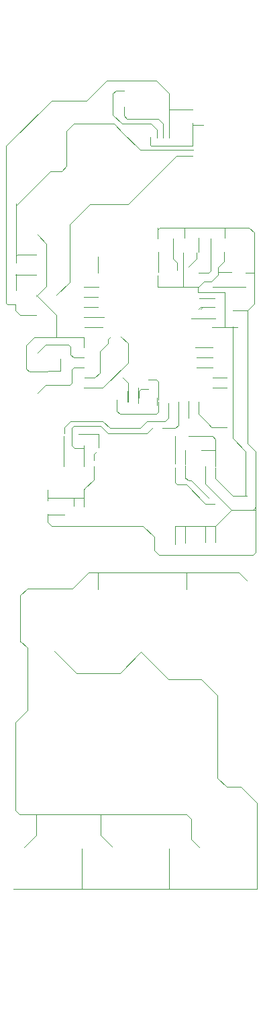
<source format=gbl>
*%FSLAX23Y23*%
*%MOIN*%
G01*
D20*
X4868Y5607D02*
X4993Y5732D01*
X4388Y6807D02*
X4613Y7032D01*
X4993Y6517D02*
X5233Y6757D01*
X5378Y5132D02*
X5508Y5002D01*
X4438Y6227D02*
Y6262D01*
Y6172D02*
Y6092D01*
X4433Y6017D02*
Y5992D01*
X4388Y6027D02*
Y6807D01*
X4438Y6522D02*
Y6242D01*
Y6262D02*
X4443Y6267D01*
X4438Y6512D02*
X4523Y6597D01*
X4433Y5992D02*
X4458Y5967D01*
X4393Y6022D02*
X4388Y6027D01*
X4658Y5752D02*
Y5692D01*
X4488Y5717D02*
Y5817D01*
Y5717D02*
Y5702D01*
X4638Y5857D02*
Y5967D01*
X4588Y6112D02*
Y6317D01*
Y6322D01*
X4673Y5367D02*
Y5217D01*
X4593Y5102D02*
Y5047D01*
Y4982D02*
Y4942D01*
X4678Y5382D02*
Y5412D01*
X4638Y6067D02*
X4703Y6132D01*
X4523Y6597D02*
X4608Y6682D01*
X4663D02*
X4688Y6707D01*
X4598Y5692D02*
X4593Y5687D01*
X4583Y5622D02*
X4543Y5582D01*
Y5782D02*
X4583Y5822D01*
X4528Y5857D02*
X4488Y5817D01*
X4538Y6062D02*
X4588Y6112D01*
X4693Y5427D02*
X4678Y5412D01*
X4503Y5687D02*
X4488Y5702D01*
X4638Y5967D02*
X4538Y6067D01*
X4588Y6322D02*
X4543Y6367D01*
X4593Y4942D02*
X4613Y4922D01*
X5503Y4777D02*
X5613D01*
X5523D02*
X5148D01*
X4703Y6132D02*
Y6322D01*
Y6312D02*
Y6417D01*
X4688Y6707D02*
Y6882D01*
X4708Y5807D02*
Y5772D01*
Y5807D02*
Y5812D01*
X4713Y5697D02*
Y5632D01*
X4773Y5807D02*
Y5857D01*
X4853Y5787D02*
Y5682D01*
X4843Y6177D02*
Y6257D01*
X4773Y5322D02*
Y5217D01*
X4848Y5312D02*
Y5377D01*
X4823Y5277D02*
Y5247D01*
Y5217D02*
Y5152D01*
X4773Y5102D02*
Y5017D01*
X4723Y5022D02*
Y5062D01*
X4773D02*
Y5042D01*
X4713Y5322D02*
Y5407D01*
X4788Y7032D02*
X4888Y7132D01*
X4803Y6517D02*
X4703Y6417D01*
X4688Y6882D02*
X4723Y6917D01*
Y5707D02*
X4713Y5697D01*
Y5632D02*
X4703Y5622D01*
X4828Y5657D02*
X4853Y5682D01*
X4838Y5292D02*
X4823Y5277D01*
Y5152D02*
X4778Y5107D01*
X4773Y5102D01*
X4853Y5787D02*
X4893Y5827D01*
X4718Y5412D02*
X4713Y5407D01*
X4718Y5412D02*
X4723Y5417D01*
X4708Y5442D02*
X4688Y5422D01*
X4723Y5757D02*
X4708Y5772D01*
Y5812D02*
X4698Y5822D01*
X4713Y5322D02*
X4728Y5307D01*
X4858Y5417D02*
X4893Y5382D01*
X4903Y5407D02*
X4868Y5442D01*
X5378Y4922D02*
X5428D01*
X5228D01*
X4678Y4977D02*
X4593D01*
X4613Y4922D02*
X5068D01*
X4993Y5732D02*
Y5787D01*
Y5632D02*
Y5597D01*
Y5617D02*
Y5537D01*
X4918Y7007D02*
Y7067D01*
Y7052D02*
Y6962D01*
X4973Y6957D02*
Y7002D01*
X4938Y5547D02*
Y5492D01*
X5043Y5532D02*
Y5607D01*
X4990Y5591D02*
Y5537D01*
X4893Y5827D02*
Y5837D01*
Y5847D01*
X4993Y5827D02*
Y5762D01*
X5048Y5592D02*
Y5557D01*
X4918Y7067D02*
X4933Y7082D01*
X4908Y5862D02*
X4893Y5847D01*
X5058Y5602D02*
X5048Y5592D01*
X5088Y5442D02*
X5053Y5407D01*
X4993Y5632D02*
X4968Y5657D01*
X4963Y6917D02*
X4918Y6962D01*
X4973Y6957D02*
X4988Y6942D01*
X4958Y6882D02*
X5053Y6787D01*
X4968Y6872D02*
X4923Y6917D01*
X4938Y5492D02*
X4953Y5477D01*
X5068Y4922D02*
X5123Y4867D01*
X4993Y5827D02*
X4958Y5862D01*
X5238Y5127D02*
X5283D01*
X5378Y5032D02*
X5423D01*
X5308Y5147D02*
X5293D01*
X5508Y5002D02*
X5583D01*
X5578D02*
X5523D01*
X5513Y5072D02*
X5583D01*
Y5002D02*
X5613D01*
X4773Y5062D02*
X4723D01*
X4753D02*
X4593D01*
X5588Y5002D02*
X5628D01*
X5228Y5137D02*
Y5212D01*
X5243Y5422D02*
Y5462D01*
X5138Y6847D02*
Y6887D01*
X5168Y6917D02*
Y6847D01*
X5198D02*
Y6882D01*
Y6847D02*
Y7067D01*
X5103Y6852D02*
Y6812D01*
X5143Y5537D02*
Y5487D01*
X5238Y6192D02*
Y6227D01*
X5218Y6247D02*
Y6347D01*
X5143Y6282D02*
Y6182D01*
X5266Y6188D02*
Y6107D01*
Y6177D02*
Y6277D01*
X5141Y6350D02*
Y6402D01*
Y6392D02*
Y6349D01*
Y6164D02*
Y6108D01*
X5243Y5537D02*
Y5457D01*
X5228Y5367D02*
Y5232D01*
Y4922D02*
Y4832D01*
X5123Y4802D02*
Y4867D01*
X5138Y5522D02*
Y5557D01*
X5143Y5547D02*
Y5637D01*
X5193Y5532D02*
Y5457D01*
X5228Y5407D02*
X5243Y5422D01*
X5143Y5487D02*
X5133Y5477D01*
X5141Y6392D02*
X5151Y6402D01*
X5118Y5412D02*
X5088Y5382D01*
X5178Y5442D02*
X5193Y5457D01*
X5228Y5137D02*
X5238Y5127D01*
X5138Y6887D02*
X5108Y6917D01*
X5143Y6942D02*
X5168Y6917D01*
X5198Y7067D02*
X5133Y7132D01*
X5103Y6812D02*
X5108Y6807D01*
X5218Y6247D02*
X5238Y6227D01*
X5123Y4802D02*
X5148Y4777D01*
X5143Y5637D02*
X5133Y5647D01*
X4773Y5307D02*
X4728D01*
X5293Y5367D02*
X5413D01*
X5428Y5297D02*
X5358D01*
X4848Y5377D02*
X4748D01*
X4893Y5382D02*
X4918D01*
X4893D02*
X5088D01*
X5278Y5222D02*
Y5162D01*
Y5157D02*
Y5212D01*
X5378Y5157D02*
Y5132D01*
Y4922D02*
Y4842D01*
Y5147D02*
Y5217D01*
X5428Y5212D02*
Y5157D01*
X5343Y5477D02*
Y5537D01*
X5313Y6862D02*
Y6922D01*
Y6862D02*
Y6807D01*
X5403Y6347D02*
Y6187D01*
X5333Y6247D02*
Y6277D01*
X5343Y6282D02*
Y6352D01*
X5440Y6204D02*
Y6170D01*
Y6169D02*
Y6201D01*
X5273Y6351D02*
Y6402D01*
X5293Y5542D02*
Y5457D01*
X5428Y5352D02*
Y5217D01*
X5278Y5227D02*
Y5297D01*
X5428Y4922D02*
Y4842D01*
X5278Y4837D02*
Y4922D01*
X5341Y6081D02*
Y6108D01*
X5508Y5002D02*
X5428Y4922D01*
X5393Y6177D02*
X5403Y6187D01*
X5333Y6247D02*
X5293Y6207D01*
X5440Y6204D02*
X5471Y6235D01*
X5371Y6135D02*
X5345Y6109D01*
X5406Y6135D02*
X5440Y6169D01*
X5353Y6007D02*
X5343Y5997D01*
X5353D02*
X5363Y6007D01*
X5283Y5127D02*
X5378Y5032D01*
X5293Y5147D02*
X5278Y5162D01*
X5308Y5147D02*
X5393Y5062D01*
X5428Y5157D02*
X5513Y5072D01*
X5408Y5412D02*
X5393Y5427D01*
X5343Y5477D01*
X5413Y5367D02*
X5428Y5352D01*
X5408Y5412D02*
X5483D01*
X5228Y5407D02*
X5198D01*
X5213D02*
X5163D01*
X5133Y5477D02*
X4953D01*
X4843Y5417D02*
X4723D01*
X4843D02*
X4858D01*
Y5442D02*
X4708D01*
X4858D02*
X4868D01*
X4903Y5407D02*
X5053D01*
X5088Y5442D02*
X5178D01*
X5628Y4897D02*
Y4792D01*
X5513Y5777D02*
Y5912D01*
X5471Y6235D02*
Y6280D01*
X5621Y6178D02*
Y6024D01*
Y6158D02*
Y6281D01*
X5473Y6352D02*
Y6402D01*
X5621Y6376D02*
Y6277D01*
X5472Y6033D02*
Y5907D01*
X5578Y5292D02*
Y5072D01*
X5513Y5357D02*
Y5452D01*
Y5357D02*
Y5777D01*
X5588Y5992D02*
Y5332D01*
X5628Y5292D02*
Y5037D01*
Y5017D02*
Y5062D01*
Y5072D02*
Y4882D01*
X5473Y6023D02*
Y6080D01*
Y6081D01*
X5628Y4792D02*
X5613Y4777D01*
X5588Y5991D02*
X5621Y6024D01*
X5623Y5012D02*
X5613Y5002D01*
X5623Y5012D02*
X5628Y5017D01*
X5621Y6376D02*
X5595Y6402D01*
X5513Y5357D02*
X5578Y5292D01*
X5608Y5312D02*
X5588Y5332D01*
X5608Y5312D02*
X5628Y5292D01*
X4868Y5607D02*
X4773D01*
X5413D02*
X5483D01*
Y5657D02*
X5413D01*
X4593Y5687D02*
X4548D01*
X4598Y5692D02*
X4658D01*
X4723Y5757D02*
X4773D01*
Y5707D02*
X4723D01*
X4703Y5622D02*
X4658D01*
X4663D02*
X4583D01*
X4543Y5687D02*
X4503D01*
X4778Y5657D02*
X4828D01*
X4838Y5607D02*
X4773D01*
X5333Y5757D02*
X5413D01*
Y5707D02*
X5333D01*
X5133Y5647D02*
X5093D01*
Y5602D02*
X5058D01*
X4868Y5907D02*
X4798D01*
X4808Y5957D02*
X4873D01*
X4538Y5967D02*
X4458D01*
X4658Y5822D02*
X4698D01*
X4663D02*
X4583D01*
X5413Y5907D02*
X5518D01*
X4773Y5857D02*
X4528D01*
X4638D02*
X4673D01*
X4778Y5907D02*
X4848D01*
X4843Y5957D02*
X4773D01*
X5472Y5907D02*
X5536D01*
X5409D01*
X5413Y5807D02*
X5328D01*
X5308Y5952D02*
X5428D01*
X4538Y6167D02*
X4433D01*
Y6022D02*
X4393D01*
X5513Y5992D02*
X5588D01*
X4843Y6007D02*
X4773D01*
Y6057D02*
X4843D01*
X4848Y6107D02*
X4773D01*
X5371Y6135D02*
X5406D01*
X5345Y6108D02*
X5143D01*
X5413Y6107D02*
X5578D01*
X5341Y6108D02*
X5141D01*
X5353Y6007D02*
X5423D01*
X5473Y6081D02*
X5341D01*
Y6108D02*
X5328D01*
X5347Y6050D02*
X5422D01*
X4538Y6267D02*
X4443D01*
X5343Y6177D02*
X5393D01*
X5577Y6178D02*
X5621D01*
X5508Y6182D02*
X5443D01*
X4993Y6517D02*
X4803D01*
X5259Y6402D02*
X5272D01*
X5349D01*
X5337D02*
X5461D01*
X5284D02*
X5151D01*
X5432D02*
X5473D01*
X5432D02*
X5559D01*
X5530D02*
X5595D01*
X5313Y6757D02*
X5233D01*
X4663Y6682D02*
X4608D01*
X4963Y6917D02*
X5108D01*
X5143Y6942D02*
X4988D01*
X5053Y6787D02*
X5318D01*
X4843Y6917D02*
X4723D01*
X4803D02*
X4923D01*
X5108Y6807D02*
X5313D01*
X4973Y7082D02*
X4933D01*
X4788Y7032D02*
X4613D01*
X4888Y7132D02*
X5118D01*
X5133D02*
X5088D01*
X5198Y6987D02*
X5313D01*
D22*
X4493Y4612D02*
X4458Y4577D01*
X4718Y4612D02*
X4798Y4692D01*
X4493Y4007D02*
X4433Y3947D01*
X4538Y3387D02*
X4478Y3327D01*
X4953Y4192D02*
X5058Y4297D01*
X5543Y4692D02*
X5583Y4652D01*
X4433Y3512D02*
X4453Y3492D01*
X4493Y4317D02*
X4458Y4352D01*
X4858Y3387D02*
X4913Y3332D01*
X5283Y3492D02*
X5308Y3467D01*
Y3367D02*
X5348Y3327D01*
X5193Y4162D02*
X5178Y4177D01*
X5358Y4162D02*
X5438Y4082D01*
Y3672D02*
X5483Y3627D01*
X5553D02*
X5633Y3547D01*
X5188Y4167D02*
X5058Y4297D01*
X4738Y4192D02*
X4628Y4302D01*
X5473Y3122D02*
X5633D01*
X5618D02*
X5293D01*
X4423D01*
X4453Y3492D02*
X4603D01*
X4678D02*
X4508D01*
X4753D02*
X4858D01*
X4663D02*
X5283D01*
X5483Y3627D02*
X5553D01*
X5198Y4162D02*
X5193D01*
X5198D02*
X5358D01*
X4953Y4192D02*
X4858D01*
X4938D02*
X4738D01*
X4458Y4347D02*
Y4577D01*
X4433Y3947D02*
Y3512D01*
X4493Y4007D02*
Y4317D01*
X4538Y3492D02*
Y3387D01*
X4493Y4612D02*
X4643D01*
X4718D02*
X4558D01*
X4798Y4692D02*
X5543D01*
X4843D02*
Y4607D01*
X4858Y3492D02*
Y3387D01*
X4763Y3322D02*
Y3122D01*
X5198D02*
Y3322D01*
X5283Y4607D02*
Y4692D01*
X5308Y3467D02*
Y3367D01*
X5438Y3672D02*
Y4082D01*
X5633Y3547D02*
Y3322D01*
Y3122D01*
X5368Y6912D02*
X5313D01*
D23*
X4823Y4992D02*
D03*
X5478Y4842D02*
D03*
D25*
X5583Y4432D02*
D03*
Y4387D02*
D03*
Y4342D02*
D03*
X5628Y3682D02*
D03*
X5578D02*
D03*
X5528D02*
D03*
X5588Y2837D02*
D03*
X5593Y3437D02*
D03*
X5633Y3322D02*
D03*
X5583Y4822D02*
D03*
Y4872D02*
D03*
Y4917D02*
D03*
Y4652D02*
D03*
X5483Y5412D02*
D03*
X5528Y5277D02*
D03*
X5578Y5127D02*
D03*
X5483Y5607D02*
D03*
Y5657D02*
D03*
X5588Y5992D02*
D03*
X5513Y5777D02*
D03*
X5293Y3122D02*
D03*
X5378Y3602D02*
D03*
X5348Y3327D02*
D03*
X5353Y3397D02*
D03*
X5423Y5032D02*
D03*
X5393Y5062D02*
D03*
X5293Y5447D02*
D03*
X5283Y4607D02*
D03*
X5288Y5057D02*
D03*
X5368Y6912D02*
D03*
X5348Y6512D02*
D03*
X5338Y5707D02*
D03*
Y5757D02*
D03*
Y5807D02*
D03*
X5343Y5997D02*
D03*
X5308Y5952D02*
D03*
X5346Y6050D02*
D03*
X5143Y3682D02*
D03*
X5193D02*
D03*
X5093D02*
D03*
X5158Y3437D02*
D03*
X5153Y2837D02*
D03*
X5198Y3322D02*
D03*
X5143Y4692D02*
D03*
X5163Y5407D02*
D03*
X5223Y4297D02*
D03*
X5118Y5057D02*
D03*
Y5412D02*
D03*
X5253Y5692D02*
D03*
X5088Y6327D02*
D03*
X5093Y5602D02*
D03*
Y5647D02*
D03*
X4918Y3397D02*
D03*
X4913Y3327D02*
D03*
X4943Y3602D02*
D03*
X5058Y4297D02*
D03*
X4888Y5677D02*
D03*
X4968Y5657D02*
D03*
X4938Y6402D02*
D03*
X5038Y5657D02*
D03*
X4958Y5862D02*
D03*
X4913D02*
D03*
X4903Y6822D02*
D03*
X4933Y6772D02*
D03*
Y6727D02*
D03*
X4863Y3122D02*
D03*
X4708Y3682D02*
D03*
X4758D02*
D03*
X4723Y3437D02*
D03*
X4718Y2837D02*
D03*
X4763Y3322D02*
D03*
X4728Y4722D02*
D03*
X4793Y4302D02*
D03*
X4843Y4607D02*
D03*
X4838Y5097D02*
D03*
X4868Y5907D02*
D03*
Y5957D02*
D03*
X4848Y6007D02*
D03*
Y6057D02*
D03*
Y6107D02*
D03*
X4843Y6257D02*
D03*
X4863Y5847D02*
D03*
X4853Y6822D02*
D03*
X4658Y3682D02*
D03*
X4508Y3602D02*
D03*
X4628Y4737D02*
D03*
X4678D02*
D03*
X4628Y4302D02*
D03*
X4673Y5097D02*
D03*
X4563Y5282D02*
D03*
X4593Y5102D02*
D03*
X4563Y6712D02*
D03*
X4543Y6492D02*
D03*
X4658Y6442D02*
D03*
X4548Y5687D02*
D03*
X4423Y3122D02*
D03*
X4483Y3397D02*
D03*
X4478Y3327D02*
D03*
X4458Y4352D02*
D03*
D32*
X4970Y7082D02*
D03*
X5070D02*
D03*
Y7004D02*
D03*
X4970D02*
D03*
D34*
X5093Y5282D02*
D03*
X5113Y5792D02*
D03*
X5008Y5282D02*
D03*
X4938Y5792D02*
D03*
X5598Y6597D02*
D03*
X4721Y2572D02*
D03*
X4521D02*
D03*
X4926D02*
D03*
X5126D02*
D03*
X5522D02*
D03*
X5322D02*
D03*
X4593Y2722D02*
D03*
Y2922D02*
D03*
X5028D02*
D03*
Y2722D02*
D03*
X5463D02*
D03*
Y2922D02*
D03*
X4923Y4787D02*
D03*
Y4987D02*
D03*
X4433Y4267D02*
D03*
Y4067D02*
D03*
X4868D02*
D03*
Y4267D02*
D03*
X5303D02*
D03*
Y4067D02*
D03*
X5433Y4317D02*
D03*
Y4517D02*
D03*
X4998D02*
D03*
Y4317D02*
D03*
X4563D02*
D03*
Y4517D02*
D03*
X5413Y7259D02*
D03*
Y6747D02*
D03*
X5563Y7259D02*
D03*
Y6747D02*
D03*
X4473Y7259D02*
D03*
Y6747D02*
D03*
X4623Y7259D02*
D03*
Y6747D02*
D03*
X4543Y5782D02*
D03*
Y5582D02*
D03*
X5336Y7410D02*
D03*
X4706D02*
D03*
D36*
X4638Y5967D02*
D03*
X4538Y6067D02*
D03*
X4638Y6367D02*
D03*
X4538D02*
D03*
Y6267D02*
D03*
X4638D02*
D03*
Y6167D02*
D03*
X4538D02*
D03*
X4638Y6067D02*
D03*
D45*
X5258Y7189D02*
D03*
X4782D02*
D03*
D47*
X4528Y7411D02*
D03*
X5511D02*
D03*
D49*
X5040Y6512D02*
D03*
X5071D02*
D03*
X5103D02*
D03*
X5134D02*
D03*
X5166D02*
D03*
X5197D02*
D03*
X5229D02*
D03*
X5260D02*
D03*
X5263Y6847D02*
D03*
X5232D02*
D03*
X5200D02*
D03*
X5169D02*
D03*
X5137D02*
D03*
X5106D02*
D03*
X5074D02*
D03*
X5043D02*
D03*
D53*
X4773Y4992D02*
D03*
X4723D02*
D03*
X4673D02*
D03*
Y5217D02*
D03*
X4723D02*
D03*
X4773D02*
D03*
X4823D02*
D03*
X5178Y4842D02*
D03*
X5228D02*
D03*
X5278D02*
D03*
X5328D02*
D03*
X5378D02*
D03*
X5428D02*
D03*
X5178Y5217D02*
D03*
X5228D02*
D03*
X5278D02*
D03*
X5328D02*
D03*
X5378D02*
D03*
X5428D02*
D03*
X5478D02*
D03*
D54*
X5341Y5539D02*
D03*
X5291D02*
D03*
X5241D02*
D03*
X5191D02*
D03*
X5141D02*
D03*
X5091D02*
D03*
X5041D02*
D03*
X4991D02*
D03*
X4941D02*
D03*
X4891D02*
D03*
X4841D02*
D03*
Y6179D02*
D03*
X4891D02*
D03*
X4941D02*
D03*
X4991D02*
D03*
X5041D02*
D03*
X5091D02*
D03*
X5141D02*
D03*
X5191D02*
D03*
X5241D02*
D03*
X5291D02*
D03*
X5341D02*
D03*
D62*
X5358Y5297D02*
D03*
X5288D02*
D03*
X5292Y5367D02*
D03*
X5223D02*
D03*
X4678Y5377D02*
D03*
X4747D02*
D03*
X4847Y5307D02*
D03*
X4778D02*
D03*
X5403Y6352D02*
D03*
X5472D02*
D03*
X5273D02*
D03*
X5343D02*
D03*
X5212D02*
D03*
X5143D02*
D03*
Y6282D02*
D03*
X5212D02*
D03*
X5273D02*
D03*
X5343D02*
D03*
X5403D02*
D03*
X5472D02*
D03*
D66*
X4984Y6790D02*
D03*
Y6759D02*
D03*
Y6727D02*
D03*
Y6696D02*
D03*
Y6664D02*
D03*
Y6633D02*
D03*
Y6601D02*
D03*
Y6570D02*
D03*
X5318Y6568D02*
D03*
Y6599D02*
D03*
Y6631D02*
D03*
Y6662D02*
D03*
Y6694D02*
D03*
Y6725D02*
D03*
Y6757D02*
D03*
Y6788D02*
D03*
D69*
X5578Y5072D02*
D03*
Y5002D02*
D03*
X4593Y5052D02*
D03*
Y4982D02*
D03*
X4433Y6022D02*
D03*
Y6092D02*
D03*
X5313Y6987D02*
D03*
Y6918D02*
D03*
X4433Y6232D02*
D03*
Y6162D02*
D03*
X4658Y5822D02*
D03*
Y5752D02*
D03*
Y5622D02*
D03*
Y5692D02*
D03*
X5523Y5987D02*
D03*
Y5917D02*
D03*
X5573Y6112D02*
D03*
Y6182D02*
D03*
X5508Y6112D02*
D03*
Y6182D02*
D03*
D83*
X4538Y5967D02*
D03*
D90*
X5413Y5857D02*
D03*
Y5807D02*
D03*
Y5757D02*
D03*
Y5707D02*
D03*
Y5657D02*
D03*
Y5607D02*
D03*
X4773D02*
D03*
Y5657D02*
D03*
Y5707D02*
D03*
Y5757D02*
D03*
Y5807D02*
D03*
Y5857D02*
D03*
Y5907D02*
D03*
Y5957D02*
D03*
Y6007D02*
D03*
Y6057D02*
D03*
Y6107D02*
D03*
X5413D02*
D03*
Y6057D02*
D03*
Y6007D02*
D03*
Y5957D02*
D03*
Y5907D02*
D03*
M02*

</source>
